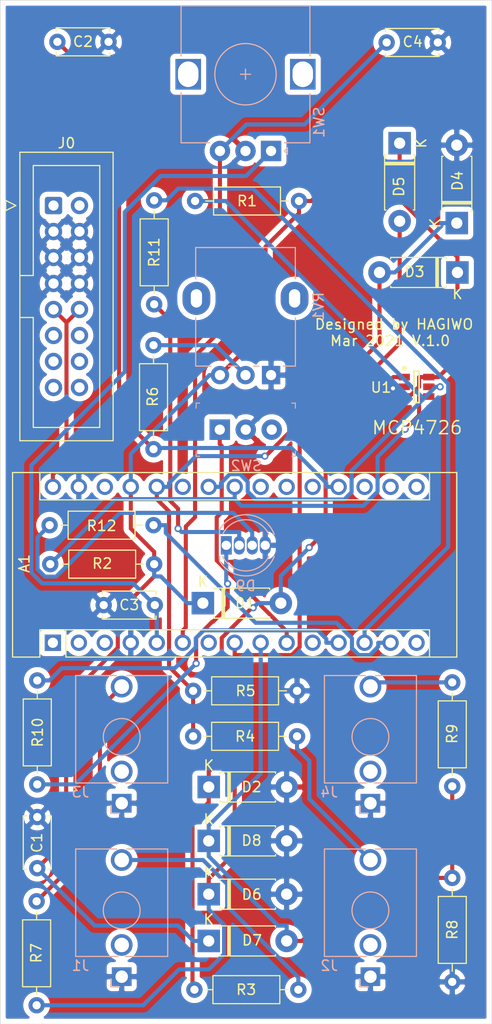
<source format=kicad_pcb>
(kicad_pcb (version 20171130) (host pcbnew "(5.1.9)-1")
  (layers (0 F.Cu signal hide) (31 B.Cu signal) (34 B.Paste user) (35 F.Paste user) (36 B.SilkS user) (37 F.SilkS user) (38 B.Mask user) (39 F.Mask user) (44 Edge.Cuts user))
  (net 0 "")
  (net 1 "Net-(A1-Pad16)")
  (net 2 "Net-(A1-Pad15)")
  (net 3 "Net-(A1-Pad30)")
  (net 4 "Net-(A1-Pad14)")
  (net 5 GND)
  (net 6 "Net-(A1-Pad13)")
  (net 7 "Net-(A1-Pad28)")
  (net 8 "Net-(A1-Pad12)")
  (net 9 5V)
  (net 10 "Net-(A1-Pad11)")
  (net 11 "Net-(A1-Pad26)")
  (net 12 "Net-(A1-Pad10)")
  (net 13 "Net-(A1-Pad25)")
  (net 14 "Net-(A1-Pad9)")
  (net 15 "Net-(A1-Pad24)")
  (net 16 "Net-(A1-Pad8)")
  (net 17 "Net-(A1-Pad23)")
  (net 18 "Net-(A1-Pad7)")
  (net 19 "Net-(A1-Pad22)")
  (net 20 "Net-(A1-Pad6)")
  (net 21 "Net-(A1-Pad21)")
  (net 22 "Net-(A1-Pad5)")
  (net 23 "Net-(A1-Pad20)")
  (net 24 "Net-(A1-Pad19)")
  (net 25 "Net-(A1-Pad3)")
  (net 26 "Net-(A1-Pad18)")
  (net 27 "Net-(A1-Pad2)")
  (net 28 "Net-(A1-Pad17)")
  (net 29 "Net-(A1-Pad1)")
  (net 30 "Net-(D1-Pad2)")
  (net 31 "Net-(D9-Pad3)")
  (net 32 "Net-(D9-Pad2)")
  (net 33 "Net-(D9-Pad1)")
  (net 34 "Net-(J0-Pad16)")
  (net 35 "Net-(J0-Pad14)")
  (net 36 "Net-(J0-Pad12)")
  (net 37 "Net-(J0-Pad2)")
  (net 38 "Net-(J0-Pad15)")
  (net 39 "Net-(J0-Pad13)")
  (net 40 "Net-(J0-Pad11)")
  (net 41 "Net-(J0-Pad1)")
  (net 42 "Net-(J1-PadT)")
  (net 43 "Net-(J2-PadT)")
  (net 44 "Net-(J3-PadT)")
  (net 45 "Net-(J4-PadT)")
  (net 46 "Net-(R6-Pad2)")
  (net 47 "Net-(SW2-Pad3)")
  (module digikey-footprints:Microchip-MCP4726A0T-E_CH-Level_B (layer F.Cu) (at 127.318 95.25)
    (fp_text reference U1 (at -4.5725 0.0635) (layer F.SilkS) (effects (justify left)))
    (fp_text value MCP4726 (at 0.0635 4.0005) (layer F.SilkS) (effects (font (size 1.27 1.27))))
    (pad 6 smd rect (at 1.2 -0.950001 270) (size 0.650001 1.1) (layers F.Cu F.Paste F.Mask) (net 9 5V))
    (pad 5 smd rect (at 1.2 -0.000001 270) (size 0.650001 1.1) (layers F.Cu F.Paste F.Mask) (net 15 "Net-(A1-Pad24)"))
    (pad 4 smd rect (at 1.2 0.949998 270) (size 0.650001 1.1) (layers F.Cu F.Paste F.Mask) (net 17 "Net-(A1-Pad23)"))
    (pad 3 smd rect (at -1.2 0.949998 270) (size 0.650001 1.1) (layers F.Cu F.Paste F.Mask) (net 9 5V))
    (pad 2 smd rect (at -1.2 -0.000001 270) (size 0.650001 1.1) (layers F.Cu F.Paste F.Mask) (net 5 GND))
    (pad 1 smd rect (at -1.2 -0.950001 270) (size 0.650001 1.1) (layers F.Cu F.Paste F.Mask) (net 30 "Net-(D1-Pad2)"))
  )
  (module Connector_Audio:Jack_3.5mm_QingPu_WQP-PJ398SM_Vertical_CircularHoles (layer B.Cu) (at 122.809 152.908)
    (fp_text reference J2 (at -4.03 -1.08 -180) (layer B.SilkS) (effects (justify mirror)))
    (fp_text value CV-IN)
    (pad T thru_hole circle (at 0 -11.4 180) (size 2.13 2.13) (drill 1.43) (layers *.Cu *.Mask) (net 43 "Net-(J2-PadT)"))
    (pad S thru_hole rect (at 0 0 180) (size 1.93 1.83) (drill 1.22) (layers *.Cu *.Mask) (net 5 GND))
    (pad TN thru_hole circle (at 0 -3.1 180) (size 2.13 2.13) (drill 1.42) (layers *.Cu *.Mask))
  )
  (module digikey-footprints:Switch_Toggle_ATE1D-2M3-10-Z (layer B.Cu) (at 110.617 99.441)
    (fp_text reference SW2 (at 0.06 3.53) (layer B.SilkS) (effects (justify mirror)))
    (fp_text value "SLIDE SW")
    (pad 3 thru_hole circle (at 2.54 0) (size 2 2) (drill 1) (layers *.Cu *.Mask) (net 47 "Net-(SW2-Pad3)"))
    (pad 2 thru_hole circle (at 0 0) (size 2 2) (drill 1) (layers *.Cu *.Mask) (net 5 GND))
    (pad 1 thru_hole rect (at -2.54 0) (size 2 2) (drill 1) (layers *.Cu *.Mask) (net 12 "Net-(A1-Pad10)"))
  )
  (module Potentiometer_THT:Potentiometer_Alpha_RD901F-40-00D_Single_Vertical (layer B.Cu) (at 113.094 94.107 90)
    (fp_text reference RV1 (at 6.71 4.64 -90) (layer B.SilkS) (effects (justify mirror)))
    (fp_text value SLIDE)
    (pad "" thru_hole oval (at 7.5 2.3) (size 2.72 3.24) (drill oval 1.1 1.8) (layers *.Cu *.Mask))
    (pad "" thru_hole oval (at 7.5 -7.3) (size 2.72 3.24) (drill oval 1.1 1.8) (layers *.Cu *.Mask))
    (pad 3 thru_hole circle (at 0 -5) (size 1.8 1.8) (drill 1) (layers *.Cu *.Mask) (net 9 5V))
    (pad 2 thru_hole circle (at 0 -2.5) (size 1.8 1.8) (drill 1) (layers *.Cu *.Mask) (net 46 "Net-(R6-Pad2)"))
    (pad 1 thru_hole rect (at 0 0) (size 1.8 1.8) (drill 1) (layers *.Cu *.Mask) (net 5 GND))
  )
  (module Rotary_Encoder:RotaryEncoder_Alps_EC12E_Vertical_H20mm (layer B.Cu) (at 113.094 72.1995 90)
    (fp_text reference SW1 (at 2.8 4.7 90) (layer B.SilkS) (effects (justify mirror)))
    (fp_text value Rotary_Encoder)
    (pad A thru_hole rect (at 0 0 90) (size 2 2) (drill 1) (layers *.Cu *.Mask) (net 22 "Net-(A1-Pad5)"))
    (pad C thru_hole circle (at 0 -2.5 90) (size 2 2) (drill 1) (layers *.Cu *.Mask) (net 5 GND))
    (pad B thru_hole circle (at 0 -5 90) (size 2 2) (drill 1) (layers *.Cu *.Mask) (net 20 "Net-(A1-Pad6)"))
    (pad MP thru_hole rect (at 7.5 3.1 90) (size 3 2.5) (drill oval 2.5 2) (layers *.Cu *.Mask))
    (pad MP thru_hole rect (at 7.5 -8.1 90) (size 3 2.5) (drill oval 2.5 2) (layers *.Cu *.Mask))
  )
  (module Resistor_THT:R_Axial_DIN0207_L6.3mm_D2.5mm_P10.16mm_Horizontal (layer F.Cu) (at 91.44 108.776)
    (fp_text reference R12 (at 5.08 0.0635) (layer F.SilkS))
    (fp_text value 330R)
    (pad 2 thru_hole oval (at 10.16 0) (size 1.6 1.6) (drill 0.8) (layers *.Cu *.Mask) (net 4 "Net-(A1-Pad14)"))
    (pad 1 thru_hole circle (at 0 0) (size 1.6 1.6) (drill 0.8) (layers *.Cu *.Mask) (net 31 "Net-(D9-Pad3)"))
  )
  (module Resistor_THT:R_Axial_DIN0207_L6.3mm_D2.5mm_P10.16mm_Horizontal (layer F.Cu) (at 101.664 87.1855 90)
    (fp_text reference R11 (at 5.08 0 90) (layer F.SilkS))
    (fp_text value 330R)
    (pad 2 thru_hole oval (at 10.16 0 90) (size 1.6 1.6) (drill 0.8) (layers *.Cu *.Mask) (net 6 "Net-(A1-Pad13)"))
    (pad 1 thru_hole circle (at 0 0 90) (size 1.6 1.6) (drill 0.8) (layers *.Cu *.Mask) (net 32 "Net-(D9-Pad2)"))
  )
  (module Resistor_THT:R_Axial_DIN0207_L6.3mm_D2.5mm_P10.16mm_Horizontal (layer F.Cu) (at 90.2335 134.112 90)
    (fp_text reference R10 (at 5.08 0.035 90) (layer F.SilkS))
    (fp_text value 330R)
    (pad 2 thru_hole oval (at 10.16 0 90) (size 1.6 1.6) (drill 0.8) (layers *.Cu *.Mask) (net 8 "Net-(A1-Pad12)"))
    (pad 1 thru_hole circle (at 0 0 90) (size 1.6 1.6) (drill 0.8) (layers *.Cu *.Mask) (net 33 "Net-(D9-Pad1)"))
  )
  (module Resistor_THT:R_Axial_DIN0207_L6.3mm_D2.5mm_P10.16mm_Horizontal (layer F.Cu) (at 130.81 124.142 270)
    (fp_text reference R9 (at 5.0275 0.0145 90) (layer F.SilkS))
    (fp_text value 470R)
    (pad 2 thru_hole oval (at 10.16 0 270) (size 1.6 1.6) (drill 0.8) (layers *.Cu *.Mask) (net 14 "Net-(A1-Pad9)"))
    (pad 1 thru_hole circle (at 0 0 270) (size 1.6 1.6) (drill 0.8) (layers *.Cu *.Mask) (net 45 "Net-(J4-PadT)"))
  )
  (module Resistor_THT:R_Axial_DIN0207_L6.3mm_D2.5mm_P10.16mm_Horizontal (layer F.Cu) (at 130.81 143.256 270)
    (fp_text reference R8 (at 5.0615 -0.0005 90) (layer F.SilkS))
    (fp_text value 100k)
    (pad 2 thru_hole oval (at 10.16 0 270) (size 1.6 1.6) (drill 0.8) (layers *.Cu *.Mask) (net 5 GND))
    (pad 1 thru_hole circle (at 0 0 270) (size 1.6 1.6) (drill 0.8) (layers *.Cu *.Mask) (net 14 "Net-(A1-Pad9)"))
  )
  (module Resistor_THT:R_Axial_DIN0207_L6.3mm_D2.5mm_P10.16mm_Horizontal (layer F.Cu) (at 90.17 145.542 270)
    (fp_text reference R7 (at 5.0625 0.0305 90) (layer F.SilkS))
    (fp_text value 470R)
    (pad 2 thru_hole oval (at 10.16 0 270) (size 1.6 1.6) (drill 0.8) (layers *.Cu *.Mask) (net 16 "Net-(A1-Pad8)"))
    (pad 1 thru_hole circle (at 0 0 270) (size 1.6 1.6) (drill 0.8) (layers *.Cu *.Mask) (net 44 "Net-(J3-PadT)"))
  )
  (module Resistor_THT:R_Axial_DIN0207_L6.3mm_D2.5mm_P10.16mm_Horizontal (layer F.Cu) (at 101.6 101.346 90)
    (fp_text reference R6 (at 5.127 -0.0835 90) (layer F.SilkS))
    (fp_text value 470R)
    (pad 2 thru_hole oval (at 10.16 0 90) (size 1.6 1.6) (drill 0.8) (layers *.Cu *.Mask) (net 46 "Net-(R6-Pad2)"))
    (pad 1 thru_hole circle (at 0 0 90) (size 1.6 1.6) (drill 0.8) (layers *.Cu *.Mask) (net 24 "Net-(A1-Pad19)"))
  )
  (module Resistor_THT:R_Axial_DIN0207_L6.3mm_D2.5mm_P10.16mm_Horizontal (layer F.Cu) (at 105.474 124.968)
    (fp_text reference R5 (at 5.1265 0.0125) (layer F.SilkS))
    (fp_text value 680k)
    (pad 2 thru_hole oval (at 10.16 0) (size 1.6 1.6) (drill 0.8) (layers *.Cu *.Mask) (net 5 GND))
    (pad 1 thru_hole circle (at 0 0) (size 1.6 1.6) (drill 0.8) (layers *.Cu *.Mask) (net 11 "Net-(A1-Pad26)"))
  )
  (module Resistor_THT:R_Axial_DIN0207_L6.3mm_D2.5mm_P10.16mm_Horizontal (layer F.Cu) (at 105.474 129.413)
    (fp_text reference R4 (at 5.08 0.0135) (layer F.SilkS))
    (fp_text value 470R)
    (pad 2 thru_hole oval (at 10.16 0) (size 1.6 1.6) (drill 0.8) (layers *.Cu *.Mask) (net 43 "Net-(J2-PadT)"))
    (pad 1 thru_hole circle (at 0 0) (size 1.6 1.6) (drill 0.8) (layers *.Cu *.Mask) (net 11 "Net-(A1-Pad26)"))
  )
  (module Resistor_THT:R_Axial_DIN0207_L6.3mm_D2.5mm_P10.16mm_Horizontal (layer F.Cu) (at 105.6 154.178)
    (fp_text reference R3 (at 5.0615 0.0025) (layer F.SilkS))
    (fp_text value 470R)
    (pad 2 thru_hole oval (at 10.16 0) (size 1.6 1.6) (drill 0.8) (layers *.Cu *.Mask) (net 42 "Net-(J1-PadT)"))
    (pad 1 thru_hole circle (at 0 0) (size 1.6 1.6) (drill 0.8) (layers *.Cu *.Mask) (net 30 "Net-(D1-Pad2)"))
  )
  (module Resistor_THT:R_Axial_DIN0207_L6.3mm_D2.5mm_P10.16mm_Horizontal (layer F.Cu) (at 91.5035 112.586)
    (fp_text reference R2 (at 5.08 -0.0635) (layer F.SilkS))
    (fp_text value 3.3k)
    (pad 2 thru_hole oval (at 10.16 0) (size 1.6 1.6) (drill 0.8) (layers *.Cu *.Mask) (net 9 5V))
    (pad 1 thru_hole circle (at 0 0) (size 1.6 1.6) (drill 0.8) (layers *.Cu *.Mask) (net 17 "Net-(A1-Pad23)"))
  )
  (module Resistor_THT:R_Axial_DIN0207_L6.3mm_D2.5mm_P10.16mm_Horizontal (layer F.Cu) (at 105.664 77.089)
    (fp_text reference R1 (at 5.08 0) (layer F.SilkS))
    (fp_text value 3.3k)
    (pad 2 thru_hole oval (at 10.16 0) (size 1.6 1.6) (drill 0.8) (layers *.Cu *.Mask) (net 9 5V))
    (pad 1 thru_hole circle (at 0 0) (size 1.6 1.6) (drill 0.8) (layers *.Cu *.Mask) (net 15 "Net-(A1-Pad24)"))
  )
  (module Connector_Audio:Jack_3.5mm_QingPu_WQP-PJ398SM_Vertical_CircularHoles (layer B.Cu) (at 122.809 135.954)
    (fp_text reference J4 (at -4.03 -1.08 -180) (layer B.SilkS) (effects (justify mirror)))
    (fp_text value "SLIDE IN")
    (pad T thru_hole circle (at 0 -11.4 180) (size 2.13 2.13) (drill 1.43) (layers *.Cu *.Mask) (net 45 "Net-(J4-PadT)"))
    (pad S thru_hole rect (at 0 0 180) (size 1.93 1.83) (drill 1.22) (layers *.Cu *.Mask) (net 5 GND))
    (pad TN thru_hole circle (at 0 -3.1 180) (size 2.13 2.13) (drill 1.42) (layers *.Cu *.Mask))
  )
  (module Connector_Audio:Jack_3.5mm_QingPu_WQP-PJ398SM_Vertical_CircularHoles (layer B.Cu) (at 98.4885 135.954)
    (fp_text reference J3 (at -4.03 -1.08 -180) (layer B.SilkS) (effects (justify mirror)))
    (fp_text value "TRIG OUT")
    (pad T thru_hole circle (at 0 -11.4 180) (size 2.13 2.13) (drill 1.43) (layers *.Cu *.Mask) (net 44 "Net-(J3-PadT)"))
    (pad S thru_hole rect (at 0 0 180) (size 1.93 1.83) (drill 1.22) (layers *.Cu *.Mask) (net 5 GND))
    (pad TN thru_hole circle (at 0 -3.1 180) (size 2.13 2.13) (drill 1.42) (layers *.Cu *.Mask))
  )
  (module Connector_Audio:Jack_3.5mm_QingPu_WQP-PJ398SM_Vertical_CircularHoles (layer B.Cu) (at 98.4885 152.908)
    (fp_text reference J1 (at -4.03 -1.08 -180) (layer B.SilkS) (effects (justify mirror)))
    (fp_text value OUT)
    (pad T thru_hole circle (at 0 -11.4 180) (size 2.13 2.13) (drill 1.43) (layers *.Cu *.Mask) (net 42 "Net-(J1-PadT)"))
    (pad S thru_hole rect (at 0 0 180) (size 1.93 1.83) (drill 1.22) (layers *.Cu *.Mask) (net 5 GND))
    (pad TN thru_hole circle (at 0 -3.1 180) (size 2.13 2.13) (drill 1.42) (layers *.Cu *.Mask))
  )
  (module Connector_IDC:IDC-Header_2x08_P2.54mm_Vertical (layer F.Cu) (at 91.821 77.5335)
    (fp_text reference J0 (at 1.27 -6.1) (layer F.SilkS))
    (fp_text value POWER)
    (pad 16 thru_hole circle (at 2.54 17.78) (size 1.7 1.7) (drill 1) (layers *.Cu *.Mask) (net 34 "Net-(J0-Pad16)"))
    (pad 14 thru_hole circle (at 2.54 15.24) (size 1.7 1.7) (drill 1) (layers *.Cu *.Mask) (net 35 "Net-(J0-Pad14)"))
    (pad 12 thru_hole circle (at 2.54 12.7) (size 1.7 1.7) (drill 1) (layers *.Cu *.Mask) (net 36 "Net-(J0-Pad12)"))
    (pad 10 thru_hole circle (at 2.54 10.16) (size 1.7 1.7) (drill 1) (layers *.Cu *.Mask) (net 3 "Net-(A1-Pad30)"))
    (pad 8 thru_hole circle (at 2.54 7.62) (size 1.7 1.7) (drill 1) (layers *.Cu *.Mask) (net 5 GND))
    (pad 6 thru_hole circle (at 2.54 5.08) (size 1.7 1.7) (drill 1) (layers *.Cu *.Mask) (net 5 GND))
    (pad 4 thru_hole circle (at 2.54 2.54) (size 1.7 1.7) (drill 1) (layers *.Cu *.Mask) (net 5 GND))
    (pad 2 thru_hole circle (at 2.54 0) (size 1.7 1.7) (drill 1) (layers *.Cu *.Mask) (net 37 "Net-(J0-Pad2)"))
    (pad 15 thru_hole circle (at 0 17.78) (size 1.7 1.7) (drill 1) (layers *.Cu *.Mask) (net 38 "Net-(J0-Pad15)"))
    (pad 13 thru_hole circle (at 0 15.24) (size 1.7 1.7) (drill 1) (layers *.Cu *.Mask) (net 39 "Net-(J0-Pad13)"))
    (pad 11 thru_hole circle (at 0 12.7) (size 1.7 1.7) (drill 1) (layers *.Cu *.Mask) (net 40 "Net-(J0-Pad11)"))
    (pad 9 thru_hole circle (at 0 10.16) (size 1.7 1.7) (drill 1) (layers *.Cu *.Mask) (net 3 "Net-(A1-Pad30)"))
    (pad 7 thru_hole circle (at 0 7.62) (size 1.7 1.7) (drill 1) (layers *.Cu *.Mask) (net 5 GND))
    (pad 5 thru_hole circle (at 0 5.08) (size 1.7 1.7) (drill 1) (layers *.Cu *.Mask) (net 5 GND))
    (pad 3 thru_hole circle (at 0 2.54) (size 1.7 1.7) (drill 1) (layers *.Cu *.Mask) (net 5 GND))
    (pad 1 thru_hole roundrect (at 0 0) (size 1.7 1.7) (drill 1) (layers *.Cu *.Mask) (roundrect_rratio 0.147059) (net 41 "Net-(J0-Pad1)"))
  )
  (module LED_THT:LED_D5.0mm-4_RGB (layer B.Cu) (at 108.712 110.744)
    (fp_text reference D9 (at 1.905 3.96) (layer B.SilkS) (effects (justify mirror)))
    (fp_text value LED_RGBC)
    (pad 4 thru_hole oval (at 3.81 0) (size 1.07 1.8) (drill 0.9) (layers *.Cu *.Mask) (net 5 GND))
    (pad 3 thru_hole oval (at 2.54 0) (size 1.07 1.8) (drill 0.9) (layers *.Cu *.Mask) (net 31 "Net-(D9-Pad3)"))
    (pad 2 thru_hole oval (at 1.27 0) (size 1.07 1.8) (drill 0.9) (layers *.Cu *.Mask) (net 32 "Net-(D9-Pad2)"))
    (pad 1 thru_hole rect (at 0 0) (size 1.07 1.8) (drill 0.9) (layers *.Cu *.Mask) (net 33 "Net-(D9-Pad1)"))
  )
  (module Diode_THT:D_DO-41_SOD81_P7.62mm_Horizontal (layer F.Cu) (at 106.998 139.636)
    (fp_text reference D8 (at 4.188 -0.033) (layer F.SilkS))
    (fp_text value BAT43)
    (fp_text user K (at 0 -2.1) (layer F.SilkS))
    (pad 2 thru_hole oval (at 7.62 0) (size 2.2 2.2) (drill 1.1) (layers *.Cu *.Mask) (net 5 GND))
    (pad 1 thru_hole rect (at 0 0) (size 2.2 2.2) (drill 1.1) (layers *.Cu *.Mask) (net 14 "Net-(A1-Pad9)"))
  )
  (module Diode_THT:D_DO-41_SOD81_P7.62mm_Horizontal (layer F.Cu) (at 106.998 149.416)
    (fp_text reference D7 (at 4.236 -0.0625) (layer F.SilkS))
    (fp_text value BAT43)
    (fp_text user K (at 0 -2.1) (layer F.SilkS))
    (pad 2 thru_hole oval (at 7.62 0) (size 2.2 2.2) (drill 1.1) (layers *.Cu *.Mask) (net 14 "Net-(A1-Pad9)"))
    (pad 1 thru_hole rect (at 0 0) (size 2.2 2.2) (drill 1.1) (layers *.Cu *.Mask) (net 9 5V))
  )
  (module Diode_THT:D_DO-41_SOD81_P7.62mm_Horizontal (layer F.Cu) (at 106.998 144.844)
    (fp_text reference D6 (at 4.2045 0.032) (layer F.SilkS))
    (fp_text value BAT43)
    (fp_text user K (at 0 -2.1) (layer F.SilkS))
    (pad 2 thru_hole oval (at 7.62 0) (size 2.2 2.2) (drill 1.1) (layers *.Cu *.Mask) (net 5 GND))
    (pad 1 thru_hole rect (at 0 0) (size 2.2 2.2) (drill 1.1) (layers *.Cu *.Mask) (net 16 "Net-(A1-Pad8)"))
  )
  (module Diode_THT:D_DO-41_SOD81_P7.62mm_Horizontal (layer F.Cu) (at 125.666 71.4375 270)
    (fp_text reference D5 (at 4.2545 0.0635 90) (layer F.SilkS))
    (fp_text value BAT43)
    (fp_text user K (at 0 -2.1 90) (layer F.SilkS))
    (pad 2 thru_hole oval (at 7.62 0 270) (size 2.2 2.2) (drill 1.1) (layers *.Cu *.Mask) (net 16 "Net-(A1-Pad8)"))
    (pad 1 thru_hole rect (at 0 0 270) (size 2.2 2.2) (drill 1.1) (layers *.Cu *.Mask) (net 9 5V))
  )
  (module Diode_THT:D_DO-41_SOD81_P7.62mm_Horizontal (layer F.Cu) (at 131.254 79.248 90)
    (fp_text reference D4 (at 4.1275 0.0635 90) (layer F.SilkS))
    (fp_text value BAT43)
    (fp_text user K (at 0 -2.1 90) (layer F.SilkS))
    (pad 2 thru_hole oval (at 7.62 0 90) (size 2.2 2.2) (drill 1.1) (layers *.Cu *.Mask) (net 5 GND))
    (pad 1 thru_hole rect (at 0 0 90) (size 2.2 2.2) (drill 1.1) (layers *.Cu *.Mask) (net 11 "Net-(A1-Pad26)"))
  )
  (module Diode_THT:D_DO-41_SOD81_P7.62mm_Horizontal (layer F.Cu) (at 131.318 84.074 180)
    (fp_text reference D3 (at 4.191 0.0635) (layer F.SilkS))
    (fp_text value BAT43)
    (fp_text user K (at 0 -2.1) (layer F.SilkS))
    (pad 2 thru_hole oval (at 7.62 0 180) (size 2.2 2.2) (drill 1.1) (layers *.Cu *.Mask) (net 11 "Net-(A1-Pad26)"))
    (pad 1 thru_hole rect (at 0 0 180) (size 2.2 2.2) (drill 1.1) (layers *.Cu *.Mask) (net 9 5V))
  )
  (module Diode_THT:D_DO-41_SOD81_P7.62mm_Horizontal (layer F.Cu) (at 106.998 134.366)
    (fp_text reference D2 (at 4.191 0) (layer F.SilkS))
    (fp_text value BAT34)
    (fp_text user K (at 0 -2.1) (layer F.SilkS))
    (pad 2 thru_hole oval (at 7.62 0) (size 2.2 2.2) (drill 1.1) (layers *.Cu *.Mask) (net 5 GND))
    (pad 1 thru_hole rect (at 0 0) (size 2.2 2.2) (drill 1.1) (layers *.Cu *.Mask) (net 30 "Net-(D1-Pad2)"))
  )
  (module Diode_THT:D_DO-41_SOD81_P7.62mm_Horizontal (layer F.Cu) (at 106.426 116.396)
    (fp_text reference D1 (at 4.1275 0) (layer F.SilkS))
    (fp_text value BAT34)
    (fp_text user K (at 0 -2.1) (layer F.SilkS))
    (pad 2 thru_hole oval (at 7.62 0) (size 2.2 2.2) (drill 1.1) (layers *.Cu *.Mask) (net 30 "Net-(D1-Pad2)"))
    (pad 1 thru_hole rect (at 0 0) (size 2.2 2.2) (drill 1.1) (layers *.Cu *.Mask) (net 9 5V))
  )
  (module Capacitor_THT:C_Disc_D5.0mm_W2.5mm_P5.00mm (layer F.Cu) (at 124.396 61.595)
    (fp_text reference C4 (at 2.54 -0.0635) (layer F.SilkS))
    (fp_text value 0.01uF)
    (pad 2 thru_hole circle (at 5 0) (size 1.6 1.6) (drill 0.8) (layers *.Cu *.Mask) (net 5 GND))
    (pad 1 thru_hole circle (at 0 0) (size 1.6 1.6) (drill 0.8) (layers *.Cu *.Mask) (net 20 "Net-(A1-Pad6)"))
  )
  (module Capacitor_THT:C_Disc_D5.0mm_W2.5mm_P5.00mm (layer F.Cu) (at 101.727 116.586 180)
    (fp_text reference C3 (at 2.5 0.015) (layer F.SilkS))
    (fp_text value 0.01uF)
    (pad 2 thru_hole circle (at 5 0 180) (size 1.6 1.6) (drill 0.8) (layers *.Cu *.Mask) (net 5 GND))
    (pad 1 thru_hole circle (at 0 0 180) (size 1.6 1.6) (drill 0.8) (layers *.Cu *.Mask) (net 22 "Net-(A1-Pad5)"))
  )
  (module Capacitor_THT:C_Disc_D5.0mm_W2.5mm_P5.00mm (layer F.Cu) (at 92.202 61.5315)
    (fp_text reference C2 (at 2.5 -0.0175) (layer F.SilkS))
    (fp_text value 220pF)
    (pad 2 thru_hole circle (at 5 0) (size 1.6 1.6) (drill 0.8) (layers *.Cu *.Mask) (net 5 GND))
    (pad 1 thru_hole circle (at 0 0) (size 1.6 1.6) (drill 0.8) (layers *.Cu *.Mask) (net 24 "Net-(A1-Pad19)"))
  )
  (module Capacitor_THT:C_Disc_D5.0mm_W2.5mm_P5.00mm (layer F.Cu) (at 90.2335 142.304 90)
    (fp_text reference C1 (at 2.474 -0.03 90) (layer F.SilkS))
    (fp_text value 1uF)
    (pad 2 thru_hole circle (at 5 0 90) (size 1.6 1.6) (drill 0.8) (layers *.Cu *.Mask) (net 5 GND))
    (pad 1 thru_hole circle (at 0 0 90) (size 1.6 1.6) (drill 0.8) (layers *.Cu *.Mask) (net 9 5V))
  )
  (module Module:Arduino_Nano (layer F.Cu) (at 91.7575 120.269 90)
    (fp_text reference A1 (at 7.747 -2.794 90) (layer F.SilkS))
    (fp_text value Arduino_Nano_v3.x)
    (pad 16 thru_hole oval (at 15.24 35.56 90) (size 1.6 1.6) (drill 1) (layers *.Cu *.Mask) (net 1 "Net-(A1-Pad16)"))
    (pad 15 thru_hole oval (at 0 35.56 90) (size 1.6 1.6) (drill 1) (layers *.Cu *.Mask) (net 2 "Net-(A1-Pad15)"))
    (pad 30 thru_hole oval (at 15.24 0 90) (size 1.6 1.6) (drill 1) (layers *.Cu *.Mask) (net 3 "Net-(A1-Pad30)"))
    (pad 14 thru_hole oval (at 0 33.02 90) (size 1.6 1.6) (drill 1) (layers *.Cu *.Mask) (net 4 "Net-(A1-Pad14)"))
    (pad 29 thru_hole oval (at 15.24 2.54 90) (size 1.6 1.6) (drill 1) (layers *.Cu *.Mask) (net 5 GND))
    (pad 13 thru_hole oval (at 0 30.48 90) (size 1.6 1.6) (drill 1) (layers *.Cu *.Mask) (net 6 "Net-(A1-Pad13)"))
    (pad 28 thru_hole oval (at 15.24 5.08 90) (size 1.6 1.6) (drill 1) (layers *.Cu *.Mask) (net 7 "Net-(A1-Pad28)"))
    (pad 12 thru_hole oval (at 0 27.94 90) (size 1.6 1.6) (drill 1) (layers *.Cu *.Mask) (net 8 "Net-(A1-Pad12)"))
    (pad 27 thru_hole oval (at 15.24 7.62 90) (size 1.6 1.6) (drill 1) (layers *.Cu *.Mask) (net 9 5V))
    (pad 11 thru_hole oval (at 0 25.4 90) (size 1.6 1.6) (drill 1) (layers *.Cu *.Mask) (net 10 "Net-(A1-Pad11)"))
    (pad 26 thru_hole oval (at 15.24 10.16 90) (size 1.6 1.6) (drill 1) (layers *.Cu *.Mask) (net 11 "Net-(A1-Pad26)"))
    (pad 10 thru_hole oval (at 0 22.86 90) (size 1.6 1.6) (drill 1) (layers *.Cu *.Mask) (net 12 "Net-(A1-Pad10)"))
    (pad 25 thru_hole oval (at 15.24 12.7 90) (size 1.6 1.6) (drill 1) (layers *.Cu *.Mask) (net 13 "Net-(A1-Pad25)"))
    (pad 9 thru_hole oval (at 0 20.32 90) (size 1.6 1.6) (drill 1) (layers *.Cu *.Mask) (net 14 "Net-(A1-Pad9)"))
    (pad 24 thru_hole oval (at 15.24 15.24 90) (size 1.6 1.6) (drill 1) (layers *.Cu *.Mask) (net 15 "Net-(A1-Pad24)"))
    (pad 8 thru_hole oval (at 0 17.78 90) (size 1.6 1.6) (drill 1) (layers *.Cu *.Mask) (net 16 "Net-(A1-Pad8)"))
    (pad 23 thru_hole oval (at 15.24 17.78 90) (size 1.6 1.6) (drill 1) (layers *.Cu *.Mask) (net 17 "Net-(A1-Pad23)"))
    (pad 7 thru_hole oval (at 0 15.24 90) (size 1.6 1.6) (drill 1) (layers *.Cu *.Mask) (net 18 "Net-(A1-Pad7)"))
    (pad 22 thru_hole oval (at 15.24 20.32 90) (size 1.6 1.6) (drill 1) (layers *.Cu *.Mask) (net 19 "Net-(A1-Pad22)"))
    (pad 6 thru_hole oval (at 0 12.7 90) (size 1.6 1.6) (drill 1) (layers *.Cu *.Mask) (net 20 "Net-(A1-Pad6)"))
    (pad 21 thru_hole oval (at 15.24 22.86 90) (size 1.6 1.6) (drill 1) (layers *.Cu *.Mask) (net 21 "Net-(A1-Pad21)"))
    (pad 5 thru_hole oval (at 0 10.16 90) (size 1.6 1.6) (drill 1) (layers *.Cu *.Mask) (net 22 "Net-(A1-Pad5)"))
    (pad 20 thru_hole oval (at 15.24 25.4 90) (size 1.6 1.6) (drill 1) (layers *.Cu *.Mask) (net 23 "Net-(A1-Pad20)"))
    (pad 4 thru_hole oval (at 0 7.62 90) (size 1.6 1.6) (drill 1) (layers *.Cu *.Mask) (net 5 GND))
    (pad 19 thru_hole oval (at 15.24 27.94 90) (size 1.6 1.6) (drill 1) (layers *.Cu *.Mask) (net 24 "Net-(A1-Pad19)"))
    (pad 3 thru_hole oval (at 0 5.08 90) (size 1.6 1.6) (drill 1) (layers *.Cu *.Mask) (net 25 "Net-(A1-Pad3)"))
    (pad 18 thru_hole oval (at 15.24 30.48 90) (size 1.6 1.6) (drill 1) (layers *.Cu *.Mask) (net 26 "Net-(A1-Pad18)"))
    (pad 2 thru_hole oval (at 0 2.54 90) (size 1.6 1.6) (drill 1) (layers *.Cu *.Mask) (net 27 "Net-(A1-Pad2)"))
    (pad 17 thru_hole oval (at 15.24 33.02 90) (size 1.6 1.6) (drill 1) (layers *.Cu *.Mask) (net 28 "Net-(A1-Pad17)"))
    (pad 1 thru_hole rect (at 0 0 90) (size 1.6 1.6) (drill 1) (layers *.Cu *.Mask) (net 29 "Net-(A1-Pad1)"))
  )
  (gr_text " Designed by HAGIWO\nMar 2021 V.1.0" (at 124.73686 89.94902) (layer F.SilkS) (effects (font (size 1 1))))
  (gr_line (start 86.614 57.4675) (end 134.6835 57.4675) (layer Edge.Cuts) (width 0.05))
  (gr_line (start 86.614 157.5435) (end 134.6835 157.5435) (layer Edge.Cuts) (width 0.05))
  (gr_line (start 86.614 157.5435) (end 86.614 57.4675) (layer Edge.Cuts) (width 0.05))
  (gr_line (start 134.6835 157.5435) (end 134.6835 57.4675) (layer Edge.Cuts) (width 0.05))
  (segment (start 91.7575 105.029) (end 91.7575 103.829) (width 0.4) (layer F.Cu) (net 3))
  (segment (start 91.7575 103.829) (end 93.091 102.495) (width 0.4) (layer F.Cu) (net 3))
  (segment (start 93.091 102.495) (end 93.091 88.9635) (width 0.4) (layer F.Cu) (net 3))
  (segment (start 91.821 87.6935) (end 93.091 88.9635) (width 0.4) (layer F.Cu) (net 3))
  (segment (start 93.091 88.9635) (end 94.361 87.6935) (width 0.4) (layer F.Cu) (net 3))
  (segment (start 124.778 120.269) (end 124.7775 120.269) (width 0.4) (layer B.Cu) (net 4))
  (segment (start 101.6 108.776) (end 102.8 108.776) (width 0.4) (layer B.Cu) (net 4))
  (segment (start 102.8 108.776) (end 102.8 109.537) (width 0.4) (layer B.Cu) (net 4))
  (segment (start 102.8 109.537) (end 111.577 118.313) (width 0.4) (layer B.Cu) (net 4))
  (segment (start 111.577 118.313) (end 119.486 118.313) (width 0.4) (layer B.Cu) (net 4))
  (segment (start 119.486 118.313) (end 121.004 119.831) (width 0.4) (layer B.Cu) (net 4))
  (segment (start 121.004 119.831) (end 121.004 120.809) (width 0.4) (layer B.Cu) (net 4))
  (segment (start 121.004 120.809) (end 121.667 121.473) (width 0.4) (layer B.Cu) (net 4))
  (segment (start 121.667 121.473) (end 122.749 121.473) (width 0.4) (layer B.Cu) (net 4))
  (segment (start 122.749 121.473) (end 123.577 120.644) (width 0.4) (layer B.Cu) (net 4))
  (segment (start 123.577 120.644) (end 123.577 120.269) (width 0.4) (layer B.Cu) (net 4))
  (segment (start 123.577 120.269) (end 124.7775 120.269) (width 0.4) (layer B.Cu) (net 4))
  (via (at 125.014 95.4041) (size 0.7048) (layers F.Cu B.Cu) (net 5))
  (segment (start 125.168101 95.249999) (end 125.014 95.4041) (width 0.4) (layer F.Cu) (net 5))
  (segment (start 126.118 95.249999) (end 125.168101 95.249999) (width 0.4) (layer F.Cu) (net 5))
  (segment (start 122.238 119.669) (end 122.2375 119.6695) (width 0.4) (layer B.Cu) (net 6))
  (segment (start 122.2375 119.6695) (end 122.2375 120.269) (width 0.4) (layer B.Cu) (net 6))
  (segment (start 122.238 119.669) (end 122.238 120.269) (width 0.4) (layer B.Cu) (net 6))
  (segment (start 101.664 77.0255) (end 102.864 77.0255) (width 0.4) (layer B.Cu) (net 6))
  (segment (start 102.864 77.0255) (end 104.015 75.8748) (width 0.4) (layer B.Cu) (net 6))
  (segment (start 104.015 75.8748) (end 111.338 75.8748) (width 0.4) (layer B.Cu) (net 6))
  (segment (start 111.338 75.8748) (end 130.412 94.9484) (width 0.4) (layer B.Cu) (net 6))
  (segment (start 130.412 94.9484) (end 130.412 110.894) (width 0.4) (layer B.Cu) (net 6))
  (segment (start 130.412 110.894) (end 122.238 119.069) (width 0.4) (layer B.Cu) (net 6))
  (segment (start 122.238 119.069) (end 122.238 119.669) (width 0.4) (layer B.Cu) (net 6))
  (segment (start 119.6975 120.269) (end 119.698 120.269) (width 0.4) (layer B.Cu) (net 8))
  (segment (start 90.2335 123.952) (end 91.4338 123.952) (width 0.4) (layer B.Cu) (net 8))
  (segment (start 91.4338 123.952) (end 92.6341 122.752) (width 0.4) (layer B.Cu) (net 8))
  (segment (start 92.6341 122.752) (end 103.693 122.752) (width 0.4) (layer B.Cu) (net 8))
  (segment (start 103.693 122.752) (end 105.728 120.717) (width 0.4) (layer B.Cu) (net 8))
  (segment (start 105.728 120.717) (end 105.728 119.827) (width 0.4) (layer B.Cu) (net 8))
  (segment (start 105.728 119.827) (end 106.499 119.055) (width 0.4) (layer B.Cu) (net 8))
  (segment (start 106.499 119.055) (end 117.656 119.055) (width 0.4) (layer B.Cu) (net 8))
  (segment (start 117.656 119.055) (end 118.497 119.896) (width 0.4) (layer B.Cu) (net 8))
  (segment (start 118.497 119.896) (end 118.497 120.269) (width 0.4) (layer B.Cu) (net 8))
  (segment (start 118.497 120.269) (end 119.6975 120.269) (width 0.4) (layer B.Cu) (net 8))
  (segment (start 101.664 113.186) (end 101.6635 113.1855) (width 0.4) (layer B.Cu) (net 9))
  (segment (start 101.6635 113.1855) (end 101.6635 112.586) (width 0.4) (layer B.Cu) (net 9))
  (segment (start 101.664 113.186) (end 101.664 112.586) (width 0.4) (layer B.Cu) (net 9))
  (segment (start 106.426 116.396) (end 104.926 116.396) (width 0.4) (layer B.Cu) (net 9))
  (segment (start 104.926 116.396) (end 102.316 113.786) (width 0.4) (layer B.Cu) (net 9))
  (segment (start 102.316 113.786) (end 101.664 113.786) (width 0.4) (layer B.Cu) (net 9))
  (segment (start 101.664 113.786) (end 101.664 113.186) (width 0.4) (layer B.Cu) (net 9))
  (segment (start 101.664 112.586) (end 101.664 113.786) (width 0.4) (layer F.Cu) (net 9))
  (segment (start 101.664 113.786) (end 98.1075 117.342) (width 0.4) (layer F.Cu) (net 9))
  (segment (start 98.1075 117.342) (end 98.1075 120.752) (width 0.4) (layer F.Cu) (net 9))
  (segment (start 98.1075 120.752) (end 93.0584 125.801) (width 0.4) (layer F.Cu) (net 9))
  (segment (start 93.0584 125.801) (end 93.0584 139.479) (width 0.4) (layer F.Cu) (net 9))
  (segment (start 93.0584 139.479) (end 90.2335 142.304) (width 0.4) (layer F.Cu) (net 9))
  (segment (start 99.3775 105.029) (end 99.3775 109.1) (width 0.4) (layer F.Cu) (net 9))
  (segment (start 99.3775 109.1) (end 101.664 111.386) (width 0.4) (layer F.Cu) (net 9))
  (segment (start 101.664 111.386) (end 101.664 112.586) (width 0.4) (layer F.Cu) (net 9))
  (segment (start 101.664 112.586) (end 101.6635 112.586) (width 0.4) (layer F.Cu) (net 9))
  (segment (start 125.666 76.9285) (end 125.673 76.9285) (width 0.4) (layer F.Cu) (net 9))
  (segment (start 125.673 76.9285) (end 131.318 82.5737) (width 0.4) (layer F.Cu) (net 9))
  (segment (start 131.318 82.5737) (end 131.318 84.074) (width 0.4) (layer F.Cu) (net 9))
  (segment (start 125.666 71.4375) (end 125.666 76.9285) (width 0.4) (layer F.Cu) (net 9))
  (segment (start 106.998 149.416) (end 105.498 149.416) (width 0.4) (layer B.Cu) (net 9))
  (segment (start 105.498 149.416) (end 103.997 147.916) (width 0.4) (layer B.Cu) (net 9))
  (segment (start 103.997 147.916) (end 95.8452 147.916) (width 0.4) (layer B.Cu) (net 9))
  (segment (start 95.8452 147.916) (end 90.2335 142.304) (width 0.4) (layer B.Cu) (net 9))
  (segment (start 128.518 94.3) (end 129.468 94.3) (width 0.4) (layer F.Cu) (net 9))
  (segment (start 129.468 94.3) (end 131.318 92.4503) (width 0.4) (layer F.Cu) (net 9))
  (segment (start 131.318 92.4503) (end 131.318 84.074) (width 0.4) (layer F.Cu) (net 9))
  (segment (start 99.3775 105.029) (end 99.3775 101.804) (width 0.4) (layer B.Cu) (net 9))
  (segment (start 99.3775 101.804) (end 107.074 94.107) (width 0.4) (layer B.Cu) (net 9))
  (segment (start 107.074 94.107) (end 108.094 94.107) (width 0.4) (layer B.Cu) (net 9))
  (segment (start 126.118 96.2) (end 126.621 96.2) (width 0.4) (layer F.Cu) (net 9))
  (segment (start 126.621 96.2) (end 127.568 95.2536) (width 0.4) (layer F.Cu) (net 9))
  (segment (start 127.568 95.2536) (end 127.568 94.3) (width 0.4) (layer F.Cu) (net 9))
  (segment (start 127.568 94.3) (end 128.518 94.3) (width 0.4) (layer F.Cu) (net 9))
  (segment (start 108.094 94.107) (end 112.557 89.6436) (width 0.4) (layer F.Cu) (net 9))
  (segment (start 112.557 89.6436) (end 112.557 81.5559) (width 0.4) (layer F.Cu) (net 9))
  (segment (start 112.557 81.5559) (end 115.824 78.2893) (width 0.4) (layer F.Cu) (net 9))
  (segment (start 115.824 78.2893) (end 115.824 77.089) (width 0.4) (layer F.Cu) (net 9))
  (segment (start 115.824 77.089) (end 117.024 77.089) (width 0.4) (layer F.Cu) (net 9))
  (segment (start 117.024 77.089) (end 117.185 76.9285) (width 0.4) (layer F.Cu) (net 9))
  (segment (start 117.185 76.9285) (end 125.666 76.9285) (width 0.4) (layer F.Cu) (net 9))
  (segment (start 101.918 105.629) (end 101.9175 105.6285) (width 0.4) (layer F.Cu) (net 11))
  (segment (start 101.9175 105.6285) (end 101.9175 105.029) (width 0.4) (layer F.Cu) (net 11))
  (segment (start 101.918 105.629) (end 101.918 106.229) (width 0.4) (layer F.Cu) (net 11))
  (segment (start 101.918 106.229) (end 103.118 107.43) (width 0.4) (layer F.Cu) (net 11))
  (segment (start 103.118 107.43) (end 103.118 122.612) (width 0.4) (layer F.Cu) (net 11))
  (segment (start 103.118 122.612) (end 105.474 124.968) (width 0.4) (layer F.Cu) (net 11))
  (segment (start 101.918 105.029) (end 101.918 105.629) (width 0.4) (layer F.Cu) (net 11))
  (segment (start 101.918 105.029) (end 101.9175 105.029) (width 0.4) (layer B.Cu) (net 11))
  (segment (start 112.486 102.027) (end 105.747 102.027) (width 0.4) (layer B.Cu) (net 11))
  (segment (start 105.747 102.027) (end 103.118 104.656) (width 0.4) (layer B.Cu) (net 11))
  (segment (start 103.118 104.656) (end 103.118 105.029) (width 0.4) (layer B.Cu) (net 11))
  (segment (start 103.118 105.029) (end 101.918 105.029) (width 0.4) (layer B.Cu) (net 11))
  (segment (start 123.698 84.074) (end 125.198 84.074) (width 0.4) (layer B.Cu) (net 11))
  (segment (start 125.198 84.074) (end 129.754 79.5186) (width 0.4) (layer B.Cu) (net 11))
  (segment (start 129.754 79.5186) (end 129.754 79.248) (width 0.4) (layer B.Cu) (net 11))
  (segment (start 129.754 79.248) (end 131.254 79.248) (width 0.4) (layer B.Cu) (net 11))
  (segment (start 105.474 124.968) (end 105.474 129.413) (width 0.4) (layer F.Cu) (net 11))
  (segment (start 112.486 102.027) (end 112.557 102.027) (width 0.4) (layer F.Cu) (net 11))
  (segment (start 112.557 102.027) (end 123.698 90.8857) (width 0.4) (layer F.Cu) (net 11))
  (segment (start 123.698 90.8857) (end 123.698 84.074) (width 0.4) (layer F.Cu) (net 11))
  (via (at 112.486 102.027) (size 0.7048) (layers F.Cu B.Cu) (net 11))
  (segment (start 114.618 119.669) (end 114.6175 119.6695) (width 0.4) (layer F.Cu) (net 12))
  (segment (start 114.6175 119.6695) (end 114.6175 120.269) (width 0.4) (layer F.Cu) (net 12))
  (segment (start 114.618 119.669) (end 114.618 119.069) (width 0.4) (layer F.Cu) (net 12))
  (segment (start 114.618 119.069) (end 114.542 119.069) (width 0.4) (layer F.Cu) (net 12))
  (segment (start 114.542 119.069) (end 112.098 116.624) (width 0.4) (layer F.Cu) (net 12))
  (segment (start 112.098 116.624) (end 112.098 116.541) (width 0.4) (layer F.Cu) (net 12))
  (segment (start 112.098 116.541) (end 107.777 112.22) (width 0.4) (layer F.Cu) (net 12))
  (segment (start 107.777 112.22) (end 107.777 108.017) (width 0.4) (layer F.Cu) (net 12))
  (segment (start 107.777 108.017) (end 108.268 107.526) (width 0.4) (layer F.Cu) (net 12))
  (segment (start 108.268 107.526) (end 108.268 101.032) (width 0.4) (layer F.Cu) (net 12))
  (segment (start 108.268 101.032) (end 108.077 100.841) (width 0.4) (layer F.Cu) (net 12))
  (segment (start 108.077 100.841) (end 108.077 99.441) (width 0.4) (layer F.Cu) (net 12))
  (segment (start 114.618 120.269) (end 114.618 119.669) (width 0.4) (layer F.Cu) (net 12))
  (segment (start 112.078 126.6625) (end 112.0775 126.662) (width 0.4) (layer B.Cu) (net 14))
  (segment (start 112.0775 126.662) (end 112.0775 120.269) (width 0.4) (layer B.Cu) (net 14))
  (segment (start 112.078 126.6625) (end 112.078 133.056) (width 0.4) (layer B.Cu) (net 14))
  (segment (start 112.078 133.056) (end 106.998 138.136) (width 0.4) (layer B.Cu) (net 14))
  (segment (start 106.998 138.136) (end 106.998 139.636) (width 0.4) (layer B.Cu) (net 14))
  (segment (start 112.078 120.269) (end 112.078 126.6625) (width 0.4) (layer B.Cu) (net 14))
  (segment (start 114.618 149.416) (end 116.118 149.416) (width 0.4) (layer F.Cu) (net 14))
  (segment (start 116.118 149.416) (end 122.278 143.256) (width 0.4) (layer F.Cu) (net 14))
  (segment (start 122.278 143.256) (end 130.81 143.256) (width 0.4) (layer F.Cu) (net 14))
  (segment (start 114.618 149.416) (end 114.618 147.916) (width 0.4) (layer B.Cu) (net 14))
  (segment (start 114.618 147.916) (end 113.777 147.916) (width 0.4) (layer B.Cu) (net 14))
  (segment (start 113.777 147.916) (end 106.998 141.136) (width 0.4) (layer B.Cu) (net 14))
  (segment (start 106.998 141.136) (end 106.998 139.636) (width 0.4) (layer B.Cu) (net 14))
  (segment (start 130.81 134.302) (end 130.81 143.256) (width 0.4) (layer F.Cu) (net 14))
  (segment (start 106.998 105.029) (end 106.9975 105.029) (width 0.4) (layer B.Cu) (net 15))
  (segment (start 106.998 105.029) (end 108.198 105.029) (width 0.4) (layer B.Cu) (net 15))
  (segment (start 108.198 105.029) (end 108.198 104.654) (width 0.4) (layer B.Cu) (net 15))
  (segment (start 108.198 104.654) (end 109.059 103.793) (width 0.4) (layer B.Cu) (net 15))
  (segment (start 109.059 103.793) (end 110.064 103.793) (width 0.4) (layer B.Cu) (net 15))
  (segment (start 110.064 103.793) (end 110.808 104.537) (width 0.4) (layer B.Cu) (net 15))
  (segment (start 110.808 104.537) (end 110.808 105.489) (width 0.4) (layer B.Cu) (net 15))
  (segment (start 110.808 105.489) (end 111.584 106.265) (width 0.4) (layer B.Cu) (net 15))
  (segment (start 111.584 106.265) (end 120.252 106.265) (width 0.4) (layer B.Cu) (net 15))
  (segment (start 120.252 106.265) (end 120.968 105.55) (width 0.4) (layer B.Cu) (net 15))
  (segment (start 120.968 105.55) (end 120.968 103.463) (width 0.4) (layer B.Cu) (net 15))
  (segment (start 120.968 103.463) (end 128.009 96.4214) (width 0.4) (layer B.Cu) (net 15))
  (segment (start 105.664 77.089) (end 108.676 77.089) (width 0.4) (layer B.Cu) (net 15))
  (segment (start 108.676 77.089) (end 128.009 96.4214) (width 0.4) (layer B.Cu) (net 15))
  (segment (start 128.009 96.4214) (end 129.18 95.2499) (width 0.4) (layer B.Cu) (net 15))
  (segment (start 129.18 95.2499) (end 129.623 95.2499) (width 0.4) (layer B.Cu) (net 15))
  (segment (start 129.623 95.2499) (end 129.468 95.2499) (width 0.4) (layer F.Cu) (net 15))
  (segment (start 129.468 95.2499) (end 129.468 95.25) (width 0.4) (layer F.Cu) (net 15))
  (segment (start 129.468 95.25) (end 128.518 95.25) (width 0.4) (layer F.Cu) (net 15))
  (via (at 129.623 95.2499) (size 0.7048) (layers F.Cu B.Cu) (net 15))
  (segment (start 109.538 120.8705) (end 109.5375 120.87) (width 0.4) (layer F.Cu) (net 16))
  (segment (start 109.5375 120.87) (end 109.5375 120.269) (width 0.4) (layer F.Cu) (net 16))
  (segment (start 109.538 120.8705) (end 109.538 121.472) (width 0.4) (layer F.Cu) (net 16))
  (segment (start 109.538 120.269) (end 109.538 120.8705) (width 0.4) (layer F.Cu) (net 16))
  (segment (start 106.998 144.844) (end 106.998 146.344) (width 0.4) (layer B.Cu) (net 16))
  (segment (start 106.998 146.344) (end 108.498 147.845) (width 0.4) (layer B.Cu) (net 16))
  (segment (start 108.498 147.845) (end 108.498 150.707) (width 0.4) (layer B.Cu) (net 16))
  (segment (start 108.498 150.707) (end 107.012 152.193) (width 0.4) (layer B.Cu) (net 16))
  (segment (start 107.012 152.193) (end 104.098 152.193) (width 0.4) (layer B.Cu) (net 16))
  (segment (start 104.098 152.193) (end 100.589 155.702) (width 0.4) (layer B.Cu) (net 16))
  (segment (start 100.589 155.702) (end 90.17 155.702) (width 0.4) (layer B.Cu) (net 16))
  (segment (start 106.998 144.844) (end 106.998 143.344) (width 0.4) (layer F.Cu) (net 16))
  (segment (start 106.998 143.344) (end 109.538 140.804) (width 0.4) (layer F.Cu) (net 16))
  (segment (start 109.538 140.804) (end 109.538 121.472) (width 0.4) (layer F.Cu) (net 16))
  (segment (start 125.666 79.0575) (end 125.666 91.0037) (width 0.4) (layer F.Cu) (net 16))
  (segment (start 125.666 91.0037) (end 115.888 100.782) (width 0.4) (layer F.Cu) (net 16))
  (segment (start 115.888 100.782) (end 115.888 120.698) (width 0.4) (layer F.Cu) (net 16))
  (segment (start 115.888 120.698) (end 115.113 121.472) (width 0.4) (layer F.Cu) (net 16))
  (segment (start 115.113 121.472) (end 109.538 121.472) (width 0.4) (layer F.Cu) (net 16))
  (segment (start 109.538 105.629) (end 109.5375 105.6285) (width 0.4) (layer B.Cu) (net 17))
  (segment (start 109.5375 105.6285) (end 109.5375 105.029) (width 0.4) (layer B.Cu) (net 17))
  (segment (start 109.538 105.629) (end 109.538 106.229) (width 0.4) (layer B.Cu) (net 17))
  (segment (start 109.538 105.029) (end 109.538 105.629) (width 0.4) (layer B.Cu) (net 17))
  (segment (start 126.208 99.3945) (end 127.568 98.0348) (width 0.4) (layer F.Cu) (net 17))
  (segment (start 127.568 98.0348) (end 127.568 96.2) (width 0.4) (layer F.Cu) (net 17))
  (segment (start 127.568 96.2) (end 128.518 96.2) (width 0.4) (layer F.Cu) (net 17))
  (segment (start 126.208 99.3945) (end 123.508 102.095) (width 0.4) (layer B.Cu) (net 17))
  (segment (start 123.508 102.095) (end 123.508 105.496) (width 0.4) (layer B.Cu) (net 17))
  (segment (start 123.508 105.496) (end 122.116 106.887) (width 0.4) (layer B.Cu) (net 17))
  (segment (start 122.116 106.887) (end 110.196 106.887) (width 0.4) (layer B.Cu) (net 17))
  (segment (start 110.196 106.887) (end 109.538 106.229) (width 0.4) (layer B.Cu) (net 17))
  (segment (start 109.538 106.229) (end 97.8602 106.229) (width 0.4) (layer B.Cu) (net 17))
  (segment (start 97.8602 106.229) (end 91.5035 112.586) (width 0.4) (layer B.Cu) (net 17))
  (via (at 126.208 99.3945) (size 0.7048) (layers F.Cu B.Cu) (net 17))
  (segment (start 104.458 119.669) (end 104.4575 119.6695) (width 0.4) (layer F.Cu) (net 20))
  (segment (start 104.4575 119.6695) (end 104.4575 120.269) (width 0.4) (layer F.Cu) (net 20))
  (segment (start 104.458 119.669) (end 104.458 119.069) (width 0.4) (layer F.Cu) (net 20))
  (segment (start 104.458 119.069) (end 104.755 118.772) (width 0.4) (layer F.Cu) (net 20))
  (segment (start 104.755 118.772) (end 104.755 108.904) (width 0.4) (layer F.Cu) (net 20))
  (segment (start 104.755 108.904) (end 105.663 107.995) (width 0.4) (layer F.Cu) (net 20))
  (segment (start 105.663 107.995) (end 105.663 92.2337) (width 0.4) (layer F.Cu) (net 20))
  (segment (start 105.663 92.2337) (end 108.094 89.803) (width 0.4) (layer F.Cu) (net 20))
  (segment (start 108.094 89.803) (end 108.094 72.1995) (width 0.4) (layer F.Cu) (net 20))
  (segment (start 104.458 120.269) (end 104.458 119.669) (width 0.4) (layer F.Cu) (net 20))
  (segment (start 124.396 61.595) (end 116.381 69.6103) (width 0.4) (layer B.Cu) (net 20))
  (segment (start 116.381 69.6103) (end 110.683 69.6103) (width 0.4) (layer B.Cu) (net 20))
  (segment (start 110.683 69.6103) (end 108.094 72.1995) (width 0.4) (layer B.Cu) (net 20))
  (segment (start 101.918 118.5225) (end 101.9175 118.523) (width 0.4) (layer B.Cu) (net 22))
  (segment (start 101.9175 118.523) (end 101.9175 120.269) (width 0.4) (layer B.Cu) (net 22))
  (segment (start 101.918 118.5225) (end 101.918 116.776) (width 0.4) (layer B.Cu) (net 22))
  (segment (start 101.918 116.776) (end 101.727 116.586) (width 0.4) (layer B.Cu) (net 22))
  (segment (start 101.918 120.269) (end 101.918 118.5225) (width 0.4) (layer B.Cu) (net 22))
  (segment (start 113.094 72.1995) (end 110.644 74.6495) (width 0.4) (layer B.Cu) (net 22))
  (segment (start 110.644 74.6495) (end 102.308 74.6495) (width 0.4) (layer B.Cu) (net 22))
  (segment (start 102.308 74.6495) (end 98.7771 78.1808) (width 0.4) (layer B.Cu) (net 22))
  (segment (start 98.7771 78.1808) (end 98.7771 93.7955) (width 0.4) (layer B.Cu) (net 22))
  (segment (start 98.7771 93.7955) (end 89.6563 102.916) (width 0.4) (layer B.Cu) (net 22))
  (segment (start 89.6563 102.916) (end 89.6563 113.41) (width 0.4) (layer B.Cu) (net 22))
  (segment (start 89.6563 113.41) (end 90.705 114.459) (width 0.4) (layer B.Cu) (net 22))
  (segment (start 90.705 114.459) (end 99.6002 114.459) (width 0.4) (layer B.Cu) (net 22))
  (segment (start 99.6002 114.459) (end 101.727 116.586) (width 0.4) (layer B.Cu) (net 22))
  (segment (start 119.6975 105.029) (end 118.497 105.029) (width 0.4) (layer B.Cu) (net 24))
  (segment (start 118.497 105.029) (end 118.497 104.654) (width 0.4) (layer B.Cu) (net 24))
  (segment (start 118.497 104.654) (end 115.074 101.231) (width 0.4) (layer B.Cu) (net 24))
  (segment (start 115.074 101.231) (end 101.715 101.231) (width 0.4) (layer B.Cu) (net 24))
  (segment (start 101.715 101.231) (end 101.6 101.346) (width 0.4) (layer B.Cu) (net 24))
  (segment (start 119.698 105.029) (end 119.6975 105.029) (width 0.4) (layer B.Cu) (net 24))
  (segment (start 92.202 61.5315) (end 98.2323 67.5618) (width 0.4) (layer F.Cu) (net 24))
  (segment (start 98.2323 67.5618) (end 98.2323 97.9783) (width 0.4) (layer F.Cu) (net 24))
  (segment (start 98.2323 97.9783) (end 101.6 101.346) (width 0.4) (layer F.Cu) (net 24))
  (segment (start 106.998 134.366) (end 106.998 135.866) (width 0.4) (layer F.Cu) (net 30))
  (segment (start 106.998 135.866) (end 105.411 137.453) (width 0.4) (layer F.Cu) (net 30))
  (segment (start 105.411 137.453) (end 105.411 153.989) (width 0.4) (layer F.Cu) (net 30))
  (segment (start 105.411 153.989) (end 105.6 154.178) (width 0.4) (layer F.Cu) (net 30))
  (segment (start 111.345 116.853) (end 111.209 116.853) (width 0.4) (layer F.Cu) (net 30))
  (segment (start 111.209 116.853) (end 108.268 119.795) (width 0.4) (layer F.Cu) (net 30))
  (segment (start 108.268 119.795) (end 108.268 131.596) (width 0.4) (layer F.Cu) (net 30))
  (segment (start 108.268 131.596) (end 106.998 132.866) (width 0.4) (layer F.Cu) (net 30))
  (segment (start 106.998 132.866) (end 106.998 134.366) (width 0.4) (layer F.Cu) (net 30))
  (segment (start 116.82 110.964) (end 118.428 109.357) (width 0.4) (layer F.Cu) (net 30))
  (segment (start 118.428 109.357) (end 118.428 100.923) (width 0.4) (layer F.Cu) (net 30))
  (segment (start 118.428 100.923) (end 125.05 94.3) (width 0.4) (layer F.Cu) (net 30))
  (segment (start 125.05 94.3) (end 126.118 94.3) (width 0.4) (layer F.Cu) (net 30))
  (segment (start 114.046 116.396) (end 111.802 116.396) (width 0.4) (layer B.Cu) (net 30))
  (segment (start 111.802 116.396) (end 111.345 116.853) (width 0.4) (layer B.Cu) (net 30))
  (segment (start 114.046 116.396) (end 114.046 113.738) (width 0.4) (layer B.Cu) (net 30))
  (segment (start 114.046 113.738) (end 116.82 110.964) (width 0.4) (layer B.Cu) (net 30))
  (via (at 111.345 116.853) (size 0.7048) (layers F.Cu B.Cu) (net 30))
  (via (at 116.82 110.964) (size 0.7048) (layers F.Cu B.Cu) (net 30))
  (segment (start 111.252 110.744) (end 111.252 109.444) (width 0.4) (layer B.Cu) (net 31))
  (segment (start 111.252 109.444) (end 109.38 107.572) (width 0.4) (layer B.Cu) (net 31))
  (segment (start 109.38 107.572) (end 98.3182 107.572) (width 0.4) (layer B.Cu) (net 31))
  (segment (start 98.3182 107.572) (end 92.0825 113.807) (width 0.4) (layer B.Cu) (net 31))
  (segment (start 92.0825 113.807) (end 90.9831 113.807) (width 0.4) (layer B.Cu) (net 31))
  (segment (start 90.9831 113.807) (end 90.2567 113.081) (width 0.4) (layer B.Cu) (net 31))
  (segment (start 90.2567 113.081) (end 90.2567 109.959) (width 0.4) (layer B.Cu) (net 31))
  (segment (start 90.2567 109.959) (end 91.44 108.776) (width 0.4) (layer B.Cu) (net 31))
  (segment (start 109.982 110.744) (end 109.982 109.444) (width 0.4) (layer B.Cu) (net 32))
  (segment (start 109.982 109.444) (end 104.34 109.444) (width 0.4) (layer B.Cu) (net 32))
  (segment (start 104.34 109.444) (end 104.002 109.105) (width 0.4) (layer B.Cu) (net 32))
  (segment (start 104.002 109.105) (end 104.002 107.168) (width 0.4) (layer F.Cu) (net 32))
  (segment (start 104.002 107.168) (end 103.238 106.405) (width 0.4) (layer F.Cu) (net 32))
  (segment (start 103.238 106.405) (end 103.238 88.76) (width 0.4) (layer F.Cu) (net 32))
  (segment (start 103.238 88.76) (end 101.664 87.1855) (width 0.4) (layer F.Cu) (net 32))
  (via (at 104.002 109.105) (size 0.7048) (layers F.Cu B.Cu) (net 32))
  (segment (start 108.712 110.744) (end 108.712 114.362) (width 0.4) (layer B.Cu) (net 33))
  (segment (start 108.712 114.362) (end 108.849 114.499) (width 0.4) (layer B.Cu) (net 33))
  (segment (start 90.2335 134.112) (end 93.9459 134.112) (width 0.4) (layer B.Cu) (net 33))
  (segment (start 93.9459 134.112) (end 105.766 122.292) (width 0.4) (layer B.Cu) (net 33))
  (segment (start 105.766 122.292) (end 105.766 119.793) (width 0.4) (layer F.Cu) (net 33))
  (segment (start 105.766 119.793) (end 107.348 118.211) (width 0.4) (layer F.Cu) (net 33))
  (segment (start 107.348 118.211) (end 107.42 118.211) (width 0.4) (layer F.Cu) (net 33))
  (segment (start 107.42 118.211) (end 108.849 116.783) (width 0.4) (layer F.Cu) (net 33))
  (segment (start 108.849 116.783) (end 108.849 114.499) (width 0.4) (layer F.Cu) (net 33))
  (via (at 108.849 114.499) (size 0.7048) (layers F.Cu B.Cu) (net 33))
  (via (at 105.766 122.292) (size 0.7048) (layers F.Cu B.Cu) (net 33))
  (segment (start 115.76 154.178) (end 115.76 152.978) (width 0.4) (layer B.Cu) (net 42))
  (segment (start 115.76 152.978) (end 108.798 146.016) (width 0.4) (layer B.Cu) (net 42))
  (segment (start 108.798 146.016) (end 108.798 143.862) (width 0.4) (layer B.Cu) (net 42))
  (segment (start 108.798 143.862) (end 106.444 141.508) (width 0.4) (layer B.Cu) (net 42))
  (segment (start 106.444 141.508) (end 98.4885 141.508) (width 0.4) (layer B.Cu) (net 42))
  (segment (start 115.634 129.413) (end 115.634 130.613) (width 0.4) (layer B.Cu) (net 43))
  (segment (start 115.634 130.613) (end 116.834 131.814) (width 0.4) (layer B.Cu) (net 43))
  (segment (start 116.834 131.814) (end 116.834 135.533) (width 0.4) (layer B.Cu) (net 43))
  (segment (start 116.834 135.533) (end 122.809 141.508) (width 0.4) (layer B.Cu) (net 43))
  (segment (start 90.17 145.542) (end 96.3585 139.354) (width 0.4) (layer F.Cu) (net 44))
  (segment (start 96.3585 139.354) (end 96.3585 126.684) (width 0.4) (layer F.Cu) (net 44))
  (segment (start 96.3585 126.684) (end 98.4885 124.554) (width 0.4) (layer F.Cu) (net 44))
  (segment (start 130.81 124.142) (end 123.221 124.142) (width 0.4) (layer B.Cu) (net 45))
  (segment (start 123.221 124.142) (end 122.809 124.554) (width 0.4) (layer B.Cu) (net 45))
  (segment (start 101.6 91.186) (end 107.673 91.186) (width 0.4) (layer B.Cu) (net 46))
  (segment (start 107.673 91.186) (end 110.594 94.107) (width 0.4) (layer B.Cu) (net 46))
  (zone (net 5) (net_name GND) (layer B.Cu) (connect_pads (clearance 0.508)) (min_thickness 0.254) (fill yes (arc_segments 32) (thermal_gap 0.508) (thermal_bridge_width 0.508))
    (polygon (pts (xy 134.6835 57.47512) (xy 134.6835 57.47766) (xy 134.71652 157.54096) (xy 86.64448 157.53842) (xy 86.644478 157.530801) (xy 86.63686 157.5308) (xy 86.631777 128.929676) (xy 86.60638 57.47766) (xy 86.614 57.4675)))
  )
  (zone (net 5) (net_name GND) (layer F.Cu) (connect_pads (clearance 0.508)) (min_thickness 0.254) (fill yes (arc_segments 32) (thermal_gap 0.508) (thermal_bridge_width 0.508))
    (polygon (pts (xy 134.68096 157.5435) (xy 86.64194 157.52318) (xy 86.61146 57.47766) (xy 86.61654 57.4675) (xy 134.6835 57.46496)))
  )
)
</source>
